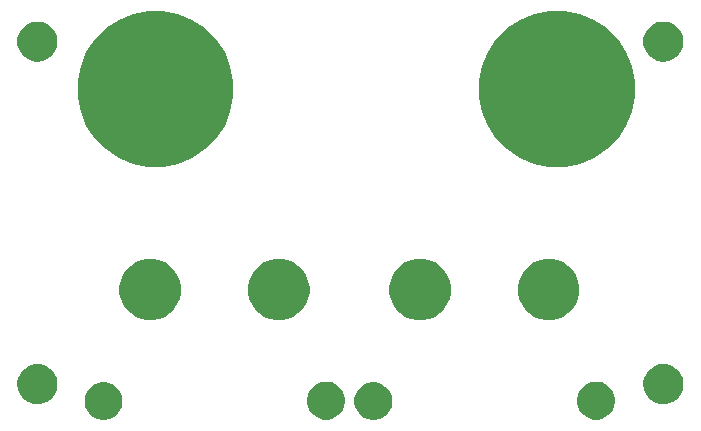
<source format=gbs>
G04 #@! TF.GenerationSoftware,KiCad,Pcbnew,5.1.6-c6e7f7d~87~ubuntu18.04.1*
G04 #@! TF.CreationDate,2020-09-18T13:49:57+09:00*
G04 #@! TF.ProjectId,drone_battery_series_circuit,64726f6e-655f-4626-9174-746572795f73,rev?*
G04 #@! TF.SameCoordinates,PX12d5c70PY13c9eb0*
G04 #@! TF.FileFunction,Soldermask,Bot*
G04 #@! TF.FilePolarity,Negative*
%FSLAX46Y46*%
G04 Gerber Fmt 4.6, Leading zero omitted, Abs format (unit mm)*
G04 Created by KiCad (PCBNEW 5.1.6-c6e7f7d~87~ubuntu18.04.1) date 2020-09-18 13:49:57*
%MOMM*%
%LPD*%
G01*
G04 APERTURE LIST*
%ADD10C,0.100000*%
G04 APERTURE END LIST*
D10*
G36*
X10316703Y-33161486D02*
G01*
X10607883Y-33282097D01*
X10869940Y-33457198D01*
X11092802Y-33680060D01*
X11267903Y-33942117D01*
X11388514Y-34233297D01*
X11450000Y-34542412D01*
X11450000Y-34857588D01*
X11388514Y-35166703D01*
X11267903Y-35457883D01*
X11092802Y-35719940D01*
X10869940Y-35942802D01*
X10607883Y-36117903D01*
X10316703Y-36238514D01*
X10007588Y-36300000D01*
X9692412Y-36300000D01*
X9383297Y-36238514D01*
X9092117Y-36117903D01*
X8830060Y-35942802D01*
X8607198Y-35719940D01*
X8432097Y-35457883D01*
X8311486Y-35166703D01*
X8250000Y-34857588D01*
X8250000Y-34542412D01*
X8311486Y-34233297D01*
X8432097Y-33942117D01*
X8607198Y-33680060D01*
X8830060Y-33457198D01*
X9092117Y-33282097D01*
X9383297Y-33161486D01*
X9692412Y-33100000D01*
X10007588Y-33100000D01*
X10316703Y-33161486D01*
G37*
G36*
X33166703Y-33161486D02*
G01*
X33457883Y-33282097D01*
X33719940Y-33457198D01*
X33942802Y-33680060D01*
X34117903Y-33942117D01*
X34238514Y-34233297D01*
X34300000Y-34542412D01*
X34300000Y-34857588D01*
X34238514Y-35166703D01*
X34117903Y-35457883D01*
X33942802Y-35719940D01*
X33719940Y-35942802D01*
X33457883Y-36117903D01*
X33166703Y-36238514D01*
X32857588Y-36300000D01*
X32542412Y-36300000D01*
X32233297Y-36238514D01*
X31942117Y-36117903D01*
X31680060Y-35942802D01*
X31457198Y-35719940D01*
X31282097Y-35457883D01*
X31161486Y-35166703D01*
X31100000Y-34857588D01*
X31100000Y-34542412D01*
X31161486Y-34233297D01*
X31282097Y-33942117D01*
X31457198Y-33680060D01*
X31680060Y-33457198D01*
X31942117Y-33282097D01*
X32233297Y-33161486D01*
X32542412Y-33100000D01*
X32857588Y-33100000D01*
X33166703Y-33161486D01*
G37*
G36*
X52016703Y-33111486D02*
G01*
X52307883Y-33232097D01*
X52569940Y-33407198D01*
X52792802Y-33630060D01*
X52967903Y-33892117D01*
X53088514Y-34183297D01*
X53150000Y-34492412D01*
X53150000Y-34807588D01*
X53088514Y-35116703D01*
X52967903Y-35407883D01*
X52792802Y-35669940D01*
X52569940Y-35892802D01*
X52307883Y-36067903D01*
X52016703Y-36188514D01*
X51707588Y-36250000D01*
X51392412Y-36250000D01*
X51083297Y-36188514D01*
X50792117Y-36067903D01*
X50530060Y-35892802D01*
X50307198Y-35669940D01*
X50132097Y-35407883D01*
X50011486Y-35116703D01*
X49950000Y-34807588D01*
X49950000Y-34492412D01*
X50011486Y-34183297D01*
X50132097Y-33892117D01*
X50307198Y-33630060D01*
X50530060Y-33407198D01*
X50792117Y-33232097D01*
X51083297Y-33111486D01*
X51392412Y-33050000D01*
X51707588Y-33050000D01*
X52016703Y-33111486D01*
G37*
G36*
X29166703Y-33111486D02*
G01*
X29457883Y-33232097D01*
X29719940Y-33407198D01*
X29942802Y-33630060D01*
X30117903Y-33892117D01*
X30238514Y-34183297D01*
X30300000Y-34492412D01*
X30300000Y-34807588D01*
X30238514Y-35116703D01*
X30117903Y-35407883D01*
X29942802Y-35669940D01*
X29719940Y-35892802D01*
X29457883Y-36067903D01*
X29166703Y-36188514D01*
X28857588Y-36250000D01*
X28542412Y-36250000D01*
X28233297Y-36188514D01*
X27942117Y-36067903D01*
X27680060Y-35892802D01*
X27457198Y-35669940D01*
X27282097Y-35407883D01*
X27161486Y-35116703D01*
X27100000Y-34807588D01*
X27100000Y-34492412D01*
X27161486Y-34183297D01*
X27282097Y-33892117D01*
X27457198Y-33630060D01*
X27680060Y-33407198D01*
X27942117Y-33232097D01*
X28233297Y-33111486D01*
X28542412Y-33050000D01*
X28857588Y-33050000D01*
X29166703Y-33111486D01*
G37*
G36*
X57581653Y-31582665D02*
G01*
X57745872Y-31615330D01*
X58055252Y-31743479D01*
X58333687Y-31929523D01*
X58570477Y-32166313D01*
X58756521Y-32444748D01*
X58884670Y-32754128D01*
X58884670Y-32754130D01*
X58950000Y-33082563D01*
X58950000Y-33417437D01*
X58917335Y-33581653D01*
X58884670Y-33745872D01*
X58756521Y-34055252D01*
X58570477Y-34333687D01*
X58333687Y-34570477D01*
X58055252Y-34756521D01*
X57745872Y-34884670D01*
X57581654Y-34917335D01*
X57417437Y-34950000D01*
X57082563Y-34950000D01*
X56918346Y-34917335D01*
X56754128Y-34884670D01*
X56444748Y-34756521D01*
X56166313Y-34570477D01*
X55929523Y-34333687D01*
X55743479Y-34055252D01*
X55615330Y-33745872D01*
X55582665Y-33581653D01*
X55550000Y-33417437D01*
X55550000Y-33082563D01*
X55615330Y-32754130D01*
X55615330Y-32754128D01*
X55743479Y-32444748D01*
X55929523Y-32166313D01*
X56166313Y-31929523D01*
X56444748Y-31743479D01*
X56754128Y-31615330D01*
X56918347Y-31582665D01*
X57082563Y-31550000D01*
X57417437Y-31550000D01*
X57581653Y-31582665D01*
G37*
G36*
X4581653Y-31582665D02*
G01*
X4745872Y-31615330D01*
X5055252Y-31743479D01*
X5333687Y-31929523D01*
X5570477Y-32166313D01*
X5756521Y-32444748D01*
X5884670Y-32754128D01*
X5884670Y-32754130D01*
X5950000Y-33082563D01*
X5950000Y-33417437D01*
X5917335Y-33581653D01*
X5884670Y-33745872D01*
X5756521Y-34055252D01*
X5570477Y-34333687D01*
X5333687Y-34570477D01*
X5055252Y-34756521D01*
X4745872Y-34884670D01*
X4581654Y-34917335D01*
X4417437Y-34950000D01*
X4082563Y-34950000D01*
X3918346Y-34917335D01*
X3754128Y-34884670D01*
X3444748Y-34756521D01*
X3166313Y-34570477D01*
X2929523Y-34333687D01*
X2743479Y-34055252D01*
X2615330Y-33745872D01*
X2582665Y-33581654D01*
X2550000Y-33417437D01*
X2550000Y-33082563D01*
X2615330Y-32754130D01*
X2615330Y-32754128D01*
X2743479Y-32444748D01*
X2929523Y-32166313D01*
X3166313Y-31929523D01*
X3444748Y-31743479D01*
X3754128Y-31615330D01*
X3918347Y-31582665D01*
X4082563Y-31550000D01*
X4417437Y-31550000D01*
X4581653Y-31582665D01*
G37*
G36*
X14558391Y-22749916D02*
G01*
X15031560Y-22945909D01*
X15031562Y-22945910D01*
X15457403Y-23230448D01*
X15819552Y-23592597D01*
X16104091Y-24018440D01*
X16300084Y-24491609D01*
X16400000Y-24993921D01*
X16400000Y-25506079D01*
X16300084Y-26008391D01*
X16104091Y-26481560D01*
X16104090Y-26481562D01*
X15819552Y-26907403D01*
X15457403Y-27269552D01*
X15031562Y-27554090D01*
X15031561Y-27554091D01*
X15031560Y-27554091D01*
X14558391Y-27750084D01*
X14056079Y-27850000D01*
X13543921Y-27850000D01*
X13041609Y-27750084D01*
X12568440Y-27554091D01*
X12568439Y-27554091D01*
X12568438Y-27554090D01*
X12142597Y-27269552D01*
X11780448Y-26907403D01*
X11495910Y-26481562D01*
X11495909Y-26481560D01*
X11299916Y-26008391D01*
X11200000Y-25506079D01*
X11200000Y-24993921D01*
X11299916Y-24491609D01*
X11495909Y-24018440D01*
X11780448Y-23592597D01*
X12142597Y-23230448D01*
X12568438Y-22945910D01*
X12568440Y-22945909D01*
X13041609Y-22749916D01*
X13543921Y-22650000D01*
X14056079Y-22650000D01*
X14558391Y-22749916D01*
G37*
G36*
X25458391Y-22749916D02*
G01*
X25931560Y-22945909D01*
X25931562Y-22945910D01*
X26357403Y-23230448D01*
X26719552Y-23592597D01*
X27004091Y-24018440D01*
X27200084Y-24491609D01*
X27300000Y-24993921D01*
X27300000Y-25506079D01*
X27200084Y-26008391D01*
X27004091Y-26481560D01*
X27004090Y-26481562D01*
X26719552Y-26907403D01*
X26357403Y-27269552D01*
X25931562Y-27554090D01*
X25931561Y-27554091D01*
X25931560Y-27554091D01*
X25458391Y-27750084D01*
X24956079Y-27850000D01*
X24443921Y-27850000D01*
X23941609Y-27750084D01*
X23468440Y-27554091D01*
X23468439Y-27554091D01*
X23468438Y-27554090D01*
X23042597Y-27269552D01*
X22680448Y-26907403D01*
X22395910Y-26481562D01*
X22395909Y-26481560D01*
X22199916Y-26008391D01*
X22100000Y-25506079D01*
X22100000Y-24993921D01*
X22199916Y-24491609D01*
X22395909Y-24018440D01*
X22680448Y-23592597D01*
X23042597Y-23230448D01*
X23468438Y-22945910D01*
X23468440Y-22945909D01*
X23941609Y-22749916D01*
X24443921Y-22650000D01*
X24956079Y-22650000D01*
X25458391Y-22749916D01*
G37*
G36*
X37408391Y-22749916D02*
G01*
X37881560Y-22945909D01*
X37881562Y-22945910D01*
X38307403Y-23230448D01*
X38669552Y-23592597D01*
X38954091Y-24018440D01*
X39150084Y-24491609D01*
X39250000Y-24993921D01*
X39250000Y-25506079D01*
X39150084Y-26008391D01*
X38954091Y-26481560D01*
X38954090Y-26481562D01*
X38669552Y-26907403D01*
X38307403Y-27269552D01*
X37881562Y-27554090D01*
X37881561Y-27554091D01*
X37881560Y-27554091D01*
X37408391Y-27750084D01*
X36906079Y-27850000D01*
X36393921Y-27850000D01*
X35891609Y-27750084D01*
X35418440Y-27554091D01*
X35418439Y-27554091D01*
X35418438Y-27554090D01*
X34992597Y-27269552D01*
X34630448Y-26907403D01*
X34345910Y-26481562D01*
X34345909Y-26481560D01*
X34149916Y-26008391D01*
X34050000Y-25506079D01*
X34050000Y-24993921D01*
X34149916Y-24491609D01*
X34345909Y-24018440D01*
X34630448Y-23592597D01*
X34992597Y-23230448D01*
X35418438Y-22945910D01*
X35418440Y-22945909D01*
X35891609Y-22749916D01*
X36393921Y-22650000D01*
X36906079Y-22650000D01*
X37408391Y-22749916D01*
G37*
G36*
X48308391Y-22749916D02*
G01*
X48781560Y-22945909D01*
X48781562Y-22945910D01*
X49207403Y-23230448D01*
X49569552Y-23592597D01*
X49854091Y-24018440D01*
X50050084Y-24491609D01*
X50150000Y-24993921D01*
X50150000Y-25506079D01*
X50050084Y-26008391D01*
X49854091Y-26481560D01*
X49854090Y-26481562D01*
X49569552Y-26907403D01*
X49207403Y-27269552D01*
X48781562Y-27554090D01*
X48781561Y-27554091D01*
X48781560Y-27554091D01*
X48308391Y-27750084D01*
X47806079Y-27850000D01*
X47293921Y-27850000D01*
X46791609Y-27750084D01*
X46318440Y-27554091D01*
X46318439Y-27554091D01*
X46318438Y-27554090D01*
X45892597Y-27269552D01*
X45530448Y-26907403D01*
X45245910Y-26481562D01*
X45245909Y-26481560D01*
X45049916Y-26008391D01*
X44950000Y-25506079D01*
X44950000Y-24993921D01*
X45049916Y-24491609D01*
X45245909Y-24018440D01*
X45530448Y-23592597D01*
X45892597Y-23230448D01*
X46318438Y-22945910D01*
X46318440Y-22945909D01*
X46791609Y-22749916D01*
X47293921Y-22650000D01*
X47806079Y-22650000D01*
X48308391Y-22749916D01*
G37*
G36*
X15750114Y-1819089D02*
G01*
X16175149Y-1903634D01*
X17376273Y-2401155D01*
X18457255Y-3123445D01*
X19376555Y-4042745D01*
X20098845Y-5123727D01*
X20596366Y-6324851D01*
X20850000Y-7599957D01*
X20850000Y-8900043D01*
X20596366Y-10175149D01*
X20098845Y-11376273D01*
X19376555Y-12457255D01*
X18457255Y-13376555D01*
X17376273Y-14098845D01*
X16175149Y-14596366D01*
X15750114Y-14680911D01*
X14900045Y-14850000D01*
X13599955Y-14850000D01*
X12749886Y-14680911D01*
X12324851Y-14596366D01*
X11123727Y-14098845D01*
X10042745Y-13376555D01*
X9123445Y-12457255D01*
X8401155Y-11376273D01*
X7903634Y-10175149D01*
X7650000Y-8900043D01*
X7650000Y-7599957D01*
X7903634Y-6324851D01*
X8401155Y-5123727D01*
X9123445Y-4042745D01*
X10042745Y-3123445D01*
X11123727Y-2401155D01*
X12324851Y-1903634D01*
X12749886Y-1819089D01*
X13599955Y-1650000D01*
X14900045Y-1650000D01*
X15750114Y-1819089D01*
G37*
G36*
X49750114Y-1819089D02*
G01*
X50175149Y-1903634D01*
X51376273Y-2401155D01*
X52457255Y-3123445D01*
X53376555Y-4042745D01*
X54098845Y-5123727D01*
X54596366Y-6324851D01*
X54850000Y-7599957D01*
X54850000Y-8900043D01*
X54596366Y-10175149D01*
X54098845Y-11376273D01*
X53376555Y-12457255D01*
X52457255Y-13376555D01*
X51376273Y-14098845D01*
X50175149Y-14596366D01*
X49750114Y-14680911D01*
X48900045Y-14850000D01*
X47599955Y-14850000D01*
X46749886Y-14680911D01*
X46324851Y-14596366D01*
X45123727Y-14098845D01*
X44042745Y-13376555D01*
X43123445Y-12457255D01*
X42401155Y-11376273D01*
X41903634Y-10175149D01*
X41650000Y-8900043D01*
X41650000Y-7599957D01*
X41903634Y-6324851D01*
X42401155Y-5123727D01*
X43123445Y-4042745D01*
X44042745Y-3123445D01*
X45123727Y-2401155D01*
X46324851Y-1903634D01*
X46749886Y-1819089D01*
X47599955Y-1650000D01*
X48900045Y-1650000D01*
X49750114Y-1819089D01*
G37*
G36*
X57581653Y-2582665D02*
G01*
X57745872Y-2615330D01*
X58055252Y-2743479D01*
X58333687Y-2929523D01*
X58570477Y-3166313D01*
X58756521Y-3444748D01*
X58884670Y-3754128D01*
X58884670Y-3754130D01*
X58942080Y-4042745D01*
X58950000Y-4082565D01*
X58950000Y-4417435D01*
X58884670Y-4745872D01*
X58756521Y-5055252D01*
X58570477Y-5333687D01*
X58333687Y-5570477D01*
X58055252Y-5756521D01*
X57745872Y-5884670D01*
X57581653Y-5917335D01*
X57417437Y-5950000D01*
X57082563Y-5950000D01*
X56918347Y-5917335D01*
X56754128Y-5884670D01*
X56444748Y-5756521D01*
X56166313Y-5570477D01*
X55929523Y-5333687D01*
X55743479Y-5055252D01*
X55615330Y-4745872D01*
X55550000Y-4417435D01*
X55550000Y-4082565D01*
X55557921Y-4042745D01*
X55615330Y-3754130D01*
X55615330Y-3754128D01*
X55743479Y-3444748D01*
X55929523Y-3166313D01*
X56166313Y-2929523D01*
X56444748Y-2743479D01*
X56754128Y-2615330D01*
X56918347Y-2582665D01*
X57082563Y-2550000D01*
X57417437Y-2550000D01*
X57581653Y-2582665D01*
G37*
G36*
X4581653Y-2582665D02*
G01*
X4745872Y-2615330D01*
X5055252Y-2743479D01*
X5333687Y-2929523D01*
X5570477Y-3166313D01*
X5756521Y-3444748D01*
X5884670Y-3754128D01*
X5884670Y-3754130D01*
X5942080Y-4042745D01*
X5950000Y-4082565D01*
X5950000Y-4417435D01*
X5884670Y-4745872D01*
X5756521Y-5055252D01*
X5570477Y-5333687D01*
X5333687Y-5570477D01*
X5055252Y-5756521D01*
X4745872Y-5884670D01*
X4581653Y-5917335D01*
X4417437Y-5950000D01*
X4082563Y-5950000D01*
X3918347Y-5917335D01*
X3754128Y-5884670D01*
X3444748Y-5756521D01*
X3166313Y-5570477D01*
X2929523Y-5333687D01*
X2743479Y-5055252D01*
X2615330Y-4745872D01*
X2550000Y-4417435D01*
X2550000Y-4082565D01*
X2557921Y-4042745D01*
X2615330Y-3754130D01*
X2615330Y-3754128D01*
X2743479Y-3444748D01*
X2929523Y-3166313D01*
X3166313Y-2929523D01*
X3444748Y-2743479D01*
X3754128Y-2615330D01*
X3918347Y-2582665D01*
X4082563Y-2550000D01*
X4417437Y-2550000D01*
X4581653Y-2582665D01*
G37*
M02*

</source>
